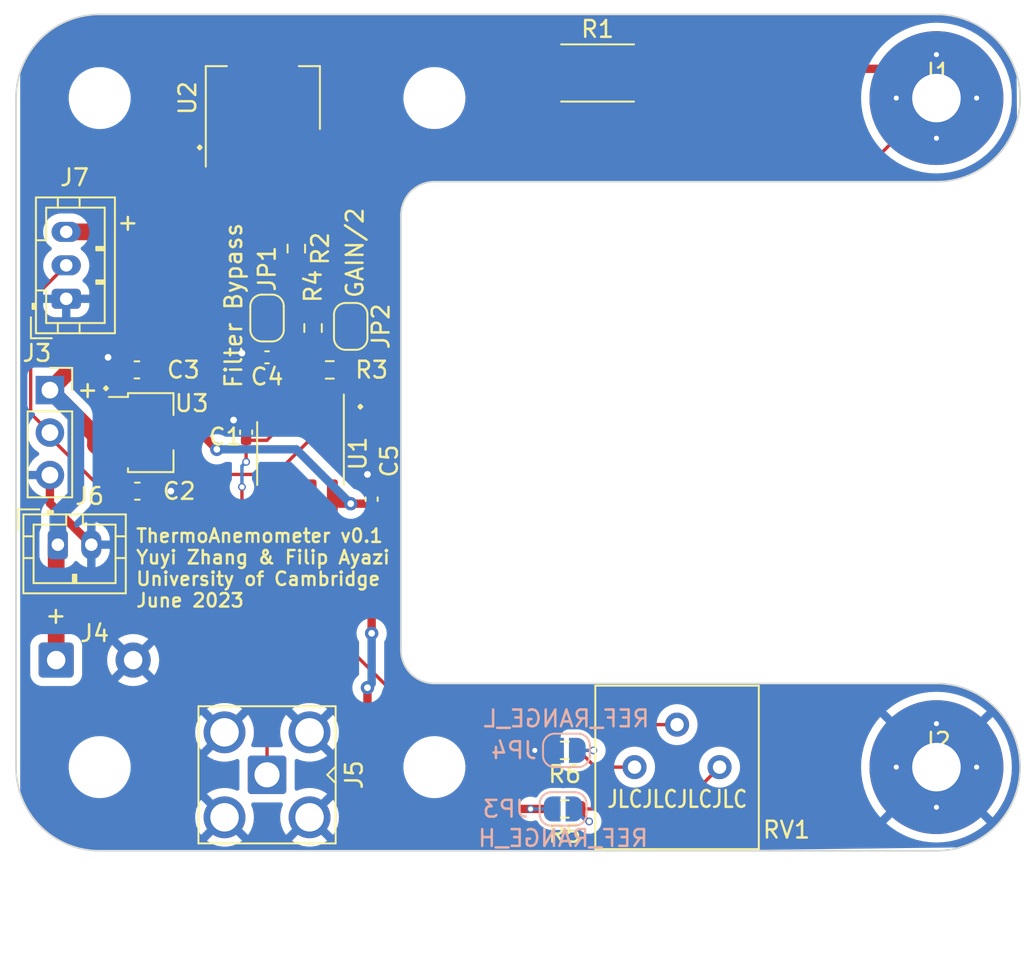
<source format=kicad_pcb>
(kicad_pcb (version 20221018) (generator pcbnew)
  (title_block (title "ThermoAnemometer") (rev "v01") (comment 4 "Author: Filip Ayazi"))
  (layers (0 "F.Cu" signal) (31 "B.Cu" signal) (34 "B.Paste" user) (35 "F.Paste" user) (36 "B.SilkS" user "B.Silkscreen") (37 "F.SilkS" user "F.Silkscreen") (38 "B.Mask" user) (39 "F.Mask" user) (44 "Edge.Cuts" user))
  (net 0 "")
  (net 1 "Net-(U1A-+)")
  (net 2 "GND")
  (net 3 "Net-(J1-Pin_1)")
  (net 4 "+5V")
  (net 5 "SIGNAL")
  (net 6 "Net-(U2-VO)")
  (net 7 "+BATT")
  (net 8 "Net-(JP1-A)")
  (net 9 "Net-(JP1-B)")
  (net 10 "Net-(JP2-A)")
  (net 11 "Net-(JP3-A)")
  (net 12 "Net-(JP4-B)")
  (footprint "Resistor_SMD:R_0603_1608Metric" (layer "F.Cu") (at 87.75 57.75 90)
    (fp_text reference "R4" (at 2.5 0 90) (layer "F.SilkS"))
    (fp_text value "47k")
    (fp_line (start -0.237258 -0.5225) (end 0.237258 -0.5225) (stroke (width 0.12)) (layer "F.SilkS"))
    (fp_line (start -0.237258 0.5225) (end 0.237258 0.5225) (stroke (width 0.12)) (layer "F.SilkS"))
    (pad "1" smd roundrect (at -0.825 0 90) (size 0.8 0.95) (layers "F.Cu" "F.Paste" "F.Mask") (net 9 "Net-(JP1-B)"))
    (pad "2" smd roundrect (at 0.825 0 90) (size 0.8 0.95) (layers "F.Cu" "F.Paste" "F.Mask") (net 10 "Net-(JP2-A)"))
  )
  (footprint "Connector_JST:JST_PH_B2B-PH-K_1x02_P2.00mm_Vertical" (layer "F.Cu") (at 72.5 70.7)
    (fp_text reference "J6" (at 1.9 -2.9 180) (layer "F.SilkS"))
    (fp_text value "PWR")
    (fp_line (start -2.36 -2.11) (end -2.36 -0.86) (stroke (width 0.12)) (layer "F.SilkS"))
    (fp_line (start -2.06 -1.81) (end -2.06 2.91) (stroke (width 0.12)) (layer "F.SilkS"))
    (fp_line (start -2.06 -0.5) (end -1.45 -0.5) (stroke (width 0.12)) (layer "F.SilkS"))
    (fp_line (start -2.06 0.8) (end -1.45 0.8) (stroke (width 0.12)) (layer "F.SilkS"))
    (fp_line (start -2.06 2.91) (end 4.06 2.91) (stroke (width 0.12)) (layer "F.SilkS"))
    (fp_line (start -1.45 -1.2) (end -1.45 2.3) (stroke (width 0.12)) (layer "F.SilkS"))
    (fp_line (start -1.45 2.3) (end 3.45 2.3) (stroke (width 0.12)) (layer "F.SilkS"))
    (fp_line (start -1.11 -2.11) (end -2.36 -2.11) (stroke (width 0.12)) (layer "F.SilkS"))
    (fp_line (start -0.6 -2.01) (end -0.6 -1.81) (stroke (width 0.12)) (layer "F.SilkS"))
    (fp_line (start -0.3 -2.01) (end -0.6 -2.01) (stroke (width 0.12)) (layer "F.SilkS"))
    (fp_line (start -0.3 -1.91) (end -0.6 -1.91) (stroke (width 0.12)) (layer "F.SilkS"))
    (fp_line (start -0.3 -1.81) (end -0.3 -2.01) (stroke (width 0.12)) (layer "F.SilkS"))
    (fp_line (start 0.5 -1.81) (end 0.5 -1.2) (stroke (width 0.12)) (layer "F.SilkS"))
    (fp_line (start 0.5 -1.2) (end -1.45 -1.2) (stroke (width 0.12)) (layer "F.SilkS"))
    (fp_line (start 0.9 1.8) (end 1.1 1.8) (stroke (width 0.12)) (layer "F.SilkS"))
    (fp_line (start 0.9 2.3) (end 0.9 1.8) (stroke (width 0.12)) (layer "F.SilkS"))
    (fp_line (start 1 2.3) (end 1 1.8) (stroke (width 0.12)) (layer "F.SilkS"))
    (fp_line (start 1.1 1.8) (end 1.1 2.3) (stroke (width 0.12)) (layer "F.SilkS"))
    (fp_line (start 1.5 -1.2) (end 1.5 -1.81) (stroke (width 0.12)) (layer "F.SilkS"))
    (fp_line (start 3.45 -1.2) (end 1.5 -1.2) (stroke (width 0.12)) (layer "F.SilkS"))
    (fp_line (start 3.45 2.3) (end 3.45 -1.2) (stroke (width 0.12)) (layer "F.SilkS"))
    (fp_line (start 4.06 -1.81) (end -2.06 -1.81) (stroke (width 0.12)) (layer "F.SilkS"))
    (fp_line (start 4.06 -0.5) (end 3.45 -0.5) (stroke (width 0.12)) (layer "F.SilkS"))
    (fp_line (start 4.06 0.8) (end 3.45 0.8) (stroke (width 0.12)) (layer "F.SilkS"))
    (fp_line (start 4.06 2.91) (end 4.06 -1.81) (stroke (width 0.12)) (layer "F.SilkS"))
    (pad "1" thru_hole roundrect (at 0 0) (size 1.2 1.75) (drill 0.75) (layers "*.Cu" "*.Mask") (roundrect_rratio 0.208333) (net 7 "+BATT"))
    (pad "2" thru_hole oval (at 2 0) (size 1.2 1.75) (drill 0.75) (layers "*.Cu" "*.Mask") (net 2 "GND"))
  )
  (footprint "Resistor_SMD:R_0603_1608Metric" (layer "F.Cu") (at 102.79 83 180)
    (fp_text reference "R6" (at 0 -1.43) (layer "F.SilkS"))
    (fp_text value "12k")
    (fp_line (start -0.237258 -0.5225) (end 0.237258 -0.5225) (stroke (width 0.12)) (layer "F.SilkS"))
    (fp_line (start -0.237258 0.5225) (end 0.237258 0.5225) (stroke (width 0.12)) (layer "F.SilkS"))
    (pad "1" smd roundrect (at -0.825 0 180) (size 0.8 0.95) (layers "F.Cu" "F.Paste" "F.Mask") (net 12 "Net-(JP4-B)"))
    (pad "2" smd roundrect (at 0.825 0 180) (size 0.8 0.95) (layers "F.Cu" "F.Paste" "F.Mask") (net 2 "GND"))
  )
  (footprint "Connector_JST:JST_PH_B3B-PH-K_1x03_P2.00mm_Vertical" (layer "F.Cu") (at 73 56 90)
    (fp_text reference "J7" (at 7.25 0.5 180) (layer "F.SilkS"))
    (fp_text value "JST3")
    (fp_line (start -2.36 -2.11) (end -2.36 -0.86) (stroke (width 0.12)) (layer "F.SilkS"))
    (fp_line (start -2.06 -1.81) (end -2.06 2.91) (stroke (width 0.12)) (layer "F.SilkS"))
    (fp_line (start -2.06 -0.5) (end -1.45 -0.5) (stroke (width 0.12)) (layer "F.SilkS"))
    (fp_line (start -2.06 0.8) (end -1.45 0.8) (stroke (width 0.12)) (layer "F.SilkS"))
    (fp_line (start -2.06 2.91) (end 6.06 2.91) (stroke (width 0.12)) (layer "F.SilkS"))
    (fp_line (start -1.45 -1.2) (end -1.45 2.3) (stroke (width 0.12)) (layer "F.SilkS"))
    (fp_line (start -1.45 2.3) (end 5.45 2.3) (stroke (width 0.12)) (layer "F.SilkS"))
    (fp_line (start -1.11 -2.11) (end -2.36 -2.11) (stroke (width 0.12)) (layer "F.SilkS"))
    (fp_line (start -0.6 -2.01) (end -0.6 -1.81) (stroke (width 0.12)) (layer "F.SilkS"))
    (fp_line (start -0.3 -2.01) (end -0.6 -2.01) (stroke (width 0.12)) (layer "F.SilkS"))
    (fp_line (start -0.3 -1.91) (end -0.6 -1.91) (stroke (width 0.12)) (layer "F.SilkS"))
    (fp_line (start -0.3 -1.81) (end -0.3 -2.01) (stroke (width 0.12)) (layer "F.SilkS"))
    (fp_line (start 0.5 -1.81) (end 0.5 -1.2) (stroke (width 0.12)) (layer "F.SilkS"))
    (fp_line (start 0.5 -1.2) (end -1.45 -1.2) (stroke (width 0.12)) (layer "F.SilkS"))
    (fp_line (start 0.9 1.8) (end 1.1 1.8) (stroke (width 0.12)) (layer "F.SilkS"))
    (fp_line (start 0.9 2.3) (end 0.9 1.8) (stroke (width 0.12)) (layer "F.SilkS"))
    (fp_line (start 1 2.3) (end 1 1.8) (stroke (width 0.12)) (layer "F.SilkS"))
    (fp_line (start 1.1 1.8) (end 1.1 2.3) (stroke (width 0.12)) (layer "F.SilkS"))
    (fp_line (start 2.9 1.8) (end 3.1 1.8) (stroke (width 0.12)) (layer "F.SilkS"))
    (fp_line (start 2.9 2.3) (end 2.9 1.8) (stroke (width 0.12)) (layer "F.SilkS"))
    (fp_line (start 3 2.3) (end 3 1.8) (stroke (width 0.12)) (layer "F.SilkS"))
    (fp_line (start 3.1 1.8) (end 3.1 2.3) (stroke (width 0.12)) (layer "F.SilkS"))
    (fp_line (start 3.5 -1.2) (end 3.5 -1.81) (stroke (width 0.12)) (layer "F.SilkS"))
    (fp_line (start 5.45 -1.2) (end 3.5 -1.2) (stroke (width 0.12)) (layer "F.SilkS"))
    (fp_line (start 5.45 2.3) (end 5.45 -1.2) (stroke (width 0.12)) (layer "F.SilkS"))
    (fp_line (start 6.06 -1.81) (end -2.06 -1.81) (stroke (width 0.12)) (layer "F.SilkS"))
    (fp_line (start 6.06 -0.5) (end 5.45 -0.5) (stroke (width 0.12)) (layer "F.SilkS"))
    (fp_line (start 6.06 0.8) (end 5.45 0.8) (stroke (width 0.12)) (layer "F.SilkS"))
    (fp_line (start 6.06 2.91) (end 6.06 -1.81) (stroke (width 0.12)) (layer "F.SilkS"))
    (pad "1" thru_hole roundrect (at 0 0 90) (size 1.2 1.75) (drill 0.75) (layers "*.Cu" "*.Mask") (roundrect_rratio 0.208333) (net 2 "GND"))
    (pad "2" thru_hole oval (at 2 0 90) (size 1.2 1.75) (drill 0.75) (layers "*.Cu" "*.Mask") (net 5 "SIGNAL"))
    (pad "3" thru_hole oval (at 4 0 90) (size 1.2 1.75) (drill 0.75) (layers "*.Cu" "*.Mask") (net 7 "+BATT"))
  )
  (footprint "Resistor_SMD:R_0603_1608Metric" (layer "F.Cu") (at 86.75 53 -90)
    (fp_text reference "R2" (at 0 -1.43 90) (layer "F.SilkS"))
    (fp_text value "1K")
    (fp_line (start -0.237258 -0.5225) (end 0.237258 -0.5225) (stroke (width 0.12)) (layer "F.SilkS"))
    (fp_line (start -0.237258 0.5225) (end 0.237258 0.5225) (stroke (width 0.12)) (layer "F.SilkS"))
    (pad "1" smd roundrect (at -0.825 0 270) (size 0.8 0.95) (layers "F.Cu" "F.Paste" "F.Mask") (net 3 "Net-(J1-Pin_1)"))
    (pad "2" smd roundrect (at 0.825 0 270) (size 0.8 0.95) (layers "F.Cu" "F.Paste" "F.Mask") (net 9 "Net-(JP1-B)"))
  )
  (footprint "Capacitor_SMD:C_0402_1005Metric" (layer "F.Cu") (at 83.75 63.98 90)
    (fp_text reference "C1" (at -0.27 -1.25) (layer "F.SilkS"))
    (fp_text value "470nF" hide)
    (fp_line (start -0.107836 -0.36) (end 0.107836 -0.36) (stroke (width 0.12)) (layer "F.SilkS"))
    (fp_line (start -0.107836 0.36) (end 0.107836 0.36) (stroke (width 0.12)) (layer "F.SilkS"))
    (pad "1" smd roundrect (at -0.48 0 90) (size 0.56 0.62) (layers "F.Cu" "F.Paste" "F.Mask") (net 1 "Net-(U1A-+)"))
    (pad "2" smd roundrect (at 0.48 0 90) (size 0.56 0.62) (layers "F.Cu" "F.Paste" "F.Mask") (net 2 "GND"))
  )
  (footprint "Resistor_SMD:R_2512_6332Metric" (layer "F.Cu") (at 104.75 42.5)
    (fp_text reference "R1" (at 0 -2.62) (layer "F.SilkS"))
    (fp_text value "5.1")
    (fp_line (start -2.177064 -1.71) (end 2.177064 -1.71) (stroke (width 0.12)) (layer "F.SilkS"))
    (fp_line (start -2.177064 1.71) (end 2.177064 1.71) (stroke (width 0.12)) (layer "F.SilkS"))
    (pad "1" smd roundrect (at -2.9625 0) (size 1.225 3.35) (layers "F.Cu" "F.Paste" "F.Mask") (roundrect_rratio 0.204082) (net 6 "Net-(U2-VO)"))
    (pad "2" smd roundrect (at 2.9625 0) (size 1.225 3.35) (layers "F.Cu" "F.Paste" "F.Mask") (roundrect_rratio 0.204082) (net 3 "Net-(J1-Pin_1)"))
  )
  (footprint "Library:m2.5_pad" (layer "F.Cu") (at 125 84)
    (fp_text reference "J2" (at 0 -1.56) (layer "F.SilkS"))
    (fp_text value "wire-")
    (fp_line (start -0.695 -0.685) (end 0 -0.685) (stroke (width 0.12)) (layer "F.SilkS"))
    (fp_line (start -0.695 0) (end -0.695 -0.685) (stroke (width 0.12)) (layer "F.SilkS"))
    (fp_line (start -0.695 0.685) (end -0.695 0.56) (stroke (width 0.12)) (layer "F.SilkS"))
    (fp_line (start -0.695 0.685) (end -0.608276 0.685) (stroke (width 0.12)) (layer "F.SilkS"))
    (fp_line (start -0.695 0.685) (end 0.695 0.685) (stroke (width 0.12)) (layer "F.SilkS"))
    (fp_line (start 0.608276 0.685) (end 0.695 0.685) (stroke (width 0.12)) (layer "F.SilkS"))
    (fp_line (start 0.695 0.685) (end 0.695 0.56) (stroke (width 0.12)) (layer "F.SilkS"))
    (pad "1" thru_hole circle (at -2.4 0) (size 0.5 0.5) (drill 0.3) (layers "*.Cu" "*.Mask") (net 2 "GND"))
    (pad "1" thru_hole circle (at 0 -2.6) (size 0.5 0.5) (drill 0.3) (layers "*.Cu" "*.Mask") (net 2 "GND"))
    (pad "1" thru_hole circle (at 0 0) (size 8 8) (drill 2.9) (layers "*.Cu" "*.Mask") (net 2 "GND"))
    (pad "1" thru_hole circle (at 0 2.4) (size 0.5 0.5) (drill 0.3) (layers "*.Cu" "*.Mask") (net 2 "GND"))
    (pad "1" thru_hole circle (at 2.4 0) (size 0.5 0.5) (drill 0.3) (layers "*.Cu" "*.Mask") (net 2 "GND"))
  )
  (footprint "Connector_PinSocket_2.54mm:PinSocket_1x03_P2.54mm_Vertical" (layer "F.Cu") (at 72.025 61.46)
    (fp_text reference "J3" (at -0.775 -2.21) (layer "F.SilkS"))
    (fp_text value "HEADER")
    (fp_line (start -1.33 1.27) (end -1.33 6.41) (stroke (width 0.12)) (layer "F.SilkS"))
    (fp_line (start -1.33 1.27) (end 1.33 1.27) (stroke (width 0.12)) (layer "F.SilkS"))
    (fp_line (start -1.33 6.41) (end 1.33 6.41) (stroke (width 0.12)) (layer "F.SilkS"))
    (fp_line (start 0 -1.33) (end 1.33 -1.33) (stroke (width 0.12)) (layer "F.SilkS"))
    (fp_line (start 1.33 -1.33) (end 1.33 0) (stroke (width 0.12)) (layer "F.SilkS"))
    (fp_line (start 1.33 1.27) (end 1.33 6.41) (stroke (width 0.12)) (layer "F.SilkS"))
    (pad "1" thru_hole rect (at 0 0) (size 1.7 1.7) (drill 1) (layers "*.Cu" "*.Mask") (net 7 "+BATT"))
    (pad "2" thru_hole oval (at 0 2.54) (size 1.7 1.7) (drill 1) (layers "*.Cu" "*.Mask") (net 5 "SIGNAL"))
    (pad "3" thru_hole oval (at 0 5.08) (size 1.7 1.7) (drill 1) (layers "*.Cu" "*.Mask") (net 2 "GND"))
  )
  (footprint "Connector_Coaxial:SMA_Amphenol_901-143_Horizontal" (layer "F.Cu") (at 85 84.46 180)
    (fp_text reference "J5" (at -5.2 0 90) (layer "F.SilkS"))
    (fp_text value "SMA")
    (fp_line (start -4.1 -4.1) (end -4.1 4.1) (stroke (width 0.12)) (layer "F.SilkS"))
    (fp_line (start -4.1 -4.1) (end 4.1 -4.1) (stroke (width 0.12)) (layer "F.SilkS"))
    (fp_line (start -4.1 0.5) (end -3.6 0) (stroke (width 0.12)) (layer "F.SilkS"))
    (fp_line (start -4.1 4.1) (end 4.1 4.1) (stroke (width 0.12)) (layer "F.SilkS"))
    (fp_line (start -3.6 0) (end -4.1 -0.5) (stroke (width 0.12)) (layer "F.SilkS"))
    (fp_line (start 4.1 -4.1) (end 4.1 4.1) (stroke (width 0.12)) (layer "F.SilkS"))
    (pad "1" thru_hole roundrect (at 0 0 180) (size 2.3 2.3) (drill 1.5) (layers "*.Cu" "*.Mask") (roundrect_rratio 0.087) (net 5 "SIGNAL"))
    (pad "2" thru_hole circle (at -2.54 -2.54 180) (size 2.5 2.5) (drill 1.7) (layers "*.Cu" "*.Mask") (net 2 "GND"))
    (pad "2" thru_hole circle (at -2.54 2.54 180) (size 2.5 2.5) (drill 1.7) (layers "*.Cu" "*.Mask") (net 2 "GND"))
    (pad "2" thru_hole circle (at 2.54 -2.54 180) (size 2.5 2.5) (drill 1.7) (layers "*.Cu" "*.Mask") (net 2 "GND"))
    (pad "2" thru_hole circle (at 2.54 2.54 180) (size 2.5 2.5) (drill 1.7) (layers "*.Cu" "*.Mask") (net 2 "GND"))
  )
  (footprint "Library:m2.5_pad" (layer "F.Cu") (at 125 44)
    (fp_text reference "J1" (at 0 -1.56) (layer "F.SilkS"))
    (fp_text value "wire+")
    (fp_line (start -0.695 -0.685) (end 0 -0.685) (stroke (width 0.12)) (layer "F.SilkS"))
    (fp_line (start -0.695 0) (end -0.695 -0.685) (stroke (width 0.12)) (layer "F.SilkS"))
    (fp_line (start -0.695 0.685) (end -0.695 0.56) (stroke (width 0.12)) (layer "F.SilkS"))
    (fp_line (start -0.695 0.685) (end -0.608276 0.685) (stroke (width 0.12)) (layer "F.SilkS"))
    (fp_line (start -0.695 0.685) (end 0.695 0.685) (stroke (width 0.12)) (layer "F.SilkS"))
    (fp_line (start 0.608276 0.685) (end 0.695 0.685) (stroke (width 0.12)) (layer "F.SilkS"))
    (fp_line (start 0.695 0.685) (end 0.695 0.56) (stroke (width 0.12)) (layer "F.SilkS"))
    (pad "1" thru_hole circle (at -2.4 0) (size 0.5 0.5) (drill 0.3) (layers "*.Cu" "*.Mask") (net 3 "Net-(J1-Pin_1)"))
    (pad "1" thru_hole circle (at 0 -2.6) (size 0.5 0.5) (drill 0.3) (layers "*.Cu" "*.Mask") (net 3 "Net-(J1-Pin_1)"))
    (pad "1" thru_hole circle (at 0 0) (size 8 8) (drill 2.9) (layers "*.Cu" "*.Mask") (net 3 "Net-(J1-Pin_1)"))
    (pad "1" thru_hole circle (at 0 2.4) (size 0.5 0.5) (drill 0.3) (layers "*.Cu" "*.Mask") (net 3 "Net-(J1-Pin_1)"))
    (pad "1" thru_hole circle (at 2.4 0) (size 0.5 0.5) (drill 0.3) (layers "*.Cu" "*.Mask") (net 3 "Net-(J1-Pin_1)"))
  )
  (footprint "Capacitor_SMD:C_0603_1608Metric" (layer "F.Cu") (at 77.25 67.5)
    (fp_text reference "C2" (at 2.5 0) (layer "F.SilkS"))
    (fp_text value "1uF")
    (fp_line (start -0.14058 -0.51) (end 0.14058 -0.51) (stroke (width 0.12)) (layer "F.SilkS"))
    (fp_line (start -0.14058 0.51) (end 0.14058 0.51) (stroke (width 0.12)) (layer "F.SilkS"))
    (pad "1" smd roundrect (at -0.775 0) (size 0.9 0.95) (layers "F.Cu" "F.Paste" "F.Mask") (net 7 "+BATT"))
    (pad "2" smd roundrect (at 0.775 0) (size 0.9 0.95) (layers "F.Cu" "F.Paste" "F.Mask") (net 2 "GND"))
  )
  (footprint "Package_TO_SOT_SMD:SOT-89-3" (layer "F.Cu") (at 77.75 64)
    (fp_text reference "U3" (at 2.75 -1.75) (layer "F.SilkS"))
    (fp_text value "AZ1117-5.0")
    (fp_line (start -2.2 -2.13) (end -1.06 -2.13) (stroke (width 0.12)) (layer "F.SilkS"))
    (fp_line (start -1.06 -2.36) (end -1.06 -2.13) (stroke (width 0.12)) (layer "F.SilkS"))
    (fp_line (start -1.06 -2.36) (end 1.66 -2.36) (stroke (width 0.12)) (layer "F.SilkS"))
    (fp_line (start -1.06 2.36) (end -1.06 2.13) (stroke (width 0.12)) (layer "F.SilkS"))
    (fp_line (start 1.66 -2.36) (end 1.66 -1.05) (stroke (width 0.12)) (layer "F.SilkS"))
    (fp_line (start 1.66 1.05) (end 1.66 2.36) (stroke (width 0.12)) (layer "F.SilkS"))
    (fp_line (start 1.66 2.36) (end -1.06 2.36) (stroke (width 0.12)) (layer "F.SilkS"))
    (pad "1" smd rect (at -1.65 -1.5) (size 1.3 0.9) (layers "F.Cu" "F.Paste" "F.Mask") (net 2 "GND"))
    (pad "2" smd custom (at -1.5625 0) (size 1.475 0.9) (layers "F.Cu" "F.Paste" "F.Mask") (net 4 "+5V") (options (clearance outline) (anchor rect)) (primitives (gr_poly (pts (xy 3.8625 0.8665) (xy 0.7375 0.8665) (xy 0.7375 -0.8665) (xy 3.8625 -0.8665)) (width 0) (fill yes))))
    (pad "3" smd rect (at -1.65 1.5) (size 1.3 0.9) (layers "F.Cu" "F.Paste" "F.Mask") (net 7 "+BATT"))
  )
  (footprint "Potentiometer_THT:Potentiometer_Bourns_3386P_Vertical" (layer "F.Cu") (at 112.04 84 90)
    (fp_text reference "RV1" (at -3.75 4 180) (layer "F.SilkS"))
    (fp_text value "10k")
    (fp_line (start -4.9 -7.425) (end -4.9 2.345) (stroke (width 0.12)) (layer "F.SilkS"))
    (fp_line (start -4.9 -7.425) (end 4.87 -7.425) (stroke (width 0.12)) (layer "F.SilkS"))
    (fp_line (start -4.9 2.345) (end 4.87 2.345) (stroke (width 0.12)) (layer "F.SilkS"))
    (fp_line (start 4.87 -7.425) (end 4.87 2.345) (stroke (width 0.12)) (layer "F.SilkS"))
    (pad "1" thru_hole circle (at 0 0 90) (size 1.44 1.44) (drill 0.8) (layers "*.Cu" "*.Mask") (net 11 "Net-(JP3-A)"))
    (pad "2" thru_hole circle (at 2.54 -2.54 90) (size 1.44 1.44) (drill 0.8) (layers "*.Cu" "*.Mask") (net 1 "Net-(U1A-+)"))
    (pad "3" thru_hole circle (at 0 -5.08 90) (size 1.44 1.44) (drill 0.8) (layers "*.Cu" "*.Mask") (net 12 "Net-(JP4-B)"))
  )
  (footprint "MountingHole:MountingHole_3.2mm_M3" (layer "F.Cu") (at 75 84)
    (fp_text reference "H1" hide)
    (fp_text value "MountingHole")
    (pad "" np_thru_hole circle (at 0 0) (size 3.2 3.2) (drill 3.2) (layers "*.Cu" "*.Mask"))
  )
  (footprint "MountingHole:MountingHole_3.2mm_M3" (layer "F.Cu") (at 95 84)
    (fp_text reference "H4" hide)
    (fp_text value "MountingHole")
    (pad "" np_thru_hole circle (at 0 0) (size 3.2 3.2) (drill 3.2) (layers "*.Cu" "*.Mask"))
  )
  (footprint "Capacitor_SMD:C_0603_1608Metric" (layer "F.Cu") (at 77.225 60.25 180)
    (fp_text reference "C3" (at -2.775 0) (layer "F.SilkS"))
    (fp_text value "1uF")
    (fp_line (start -0.14058 -0.51) (end 0.14058 -0.51) (stroke (width 0.12)) (layer "F.SilkS"))
    (fp_line (start -0.14058 0.51) (end 0.14058 0.51) (stroke (width 0.12)) (layer "F.SilkS"))
    (pad "1" smd roundrect (at -0.775 0 180) (size 0.9 0.95) (layers "F.Cu" "F.Paste" "F.Mask") (net 4 "+5V"))
    (pad "2" smd roundrect (at 0.775 0 180) (size 0.9 0.95) (layers "F.Cu" "F.Paste" "F.Mask") (net 2 "GND"))
  )
  (footprint "Capacitor_SMD:C_0402_1005Metric" (layer "F.Cu") (at 91.25 67.98 90)
    (fp_text reference "C5" (at 2.28 1.05 90) (layer "F.SilkS"))
    (fp_text value "1nF")
    (fp_line (start -0.107836 -0.36) (end 0.107836 -0.36) (stroke (width 0.12)) (layer "F.SilkS"))
    (fp_line (start -0.107836 0.36) (end 0.107836 0.36) (stroke (width 0.12)) (layer "F.SilkS"))
    (pad "1" smd roundrect (at -0.48 0 90) (size 0.56 0.62) (layers "F.Cu" "F.Paste" "F.Mask") (net 4 "+5V"))
    (pad "2" smd roundrect (at 0.48 0 90) (size 0.56 0.62) (layers "F.Cu" "F.Paste" "F.Mask") (net 2 "GND"))
  )
  (footprint "MountingHole:MountingHole_3.2mm_M3" (layer "F.Cu") (at 95 44)
    (fp_text reference "H3" hide)
    (fp_text value "MountingHole")
    (pad "" np_thru_hole circle (at 0 0) (size 3.2 3.2) (drill 3.2) (layers "*.Cu" "*.Mask"))
  )
  (footprint "Jumper:SolderJumper-2_P1.3mm_Bridged_RoundedPad1.0x1.5mm" (layer "F.Cu") (at 85 57.15 90)
    (fp_text reference "JP1" (at 2.95 0 90) (layer "F.SilkS"))
    (fp_text value "Filter Bypass" (at 0.75 -2 90) (layer "F.SilkS"))
    (fp_poly (pts (xy 0.25 -0.3) (xy -0.25 -0.3) (xy -0.25 0.3) (xy 0.25 0.3)) (fill solid) (layer "F.Cu"))
    (fp_line (start -1.4 0.3) (end -1.4 -0.3) (stroke (width 0.12)) (layer "F.SilkS"))
    (fp_line (start -0.7 -1) (end 0.7 -1) (stroke (width 0.12)) (layer "F.SilkS"))
    (fp_line (start 0.7 1) (end -0.7 1) (stroke (width 0.12)) (layer "F.SilkS"))
    (fp_line (start 1.4 -0.3) (end 1.4 0.3) (stroke (width 0.12)) (layer "F.SilkS"))
    (fp_arc (start -1.4 -0.3) (mid -1.194975 -0.794975) (end -0.7 -1) (stroke (width 0.12)) (layer "F.SilkS"))
    (fp_arc (start -0.7 1) (mid -1.194975 0.794975) (end -1.4 0.3) (stroke (width 0.12)) (layer "F.SilkS"))
    (fp_arc (start 0.7 -1) (mid 1.194975 -0.794975) (end 1.4 -0.3) (stroke (width 0.12)) (layer "F.SilkS"))
    (fp_arc (start 1.4 0.3) (mid 1.194975 0.794975) (end 0.7 1) (stroke (width 0.12)) (layer "F.SilkS"))
    (pad "1" smd custom (at -0.65 0 90) (size 1 0.5) (layers "F.Cu" "F.Mask") (net 8 "Net-(JP1-A)") (options (clearance outline) (anchor rect)) (primitives (gr_circle (center 0 0.25) (end 0.5 0.25) (width 0) (fill yes)) (gr_circle (center 0 -0.25) (end 0.5 -0.25) (width 0) (fill yes)) (gr_poly (pts (xy 0.5 0.75) (xy 0 0.75) (xy 0 -0.75) (xy 0.5 -0.75)) (width 0) (fill yes))))
    (pad "2" smd custom (at 0.65 0 90) (size 1 0.5) (layers "F.Cu" "F.Mask") (net 9 "Net-(JP1-B)") (options (clearance outline) (anchor rect)) (primitives (gr_circle (center 0 0.25) (end 0.5 0.25) (width 0) (fill yes)) (gr_circle (center 0 -0.25) (end 0.5 -0.25) (width 0) (fill yes)) (gr_poly (pts (xy 0 0.75) (xy -0.5 0.75) (xy -0.5 -0.75) (xy 0 -0.75)) (width 0) (fill yes))))
  )
  (footprint "MountingHole:MountingHole_3.2mm_M3" (layer "F.Cu") (at 75 44)
    (fp_text reference "H2" hide)
    (fp_text value "MountingHole")
    (pad "" np_thru_hole circle (at 0 0) (size 3.2 3.2) (drill 3.2) (layers "*.Cu" "*.Mask"))
  )
  (footprint "Connector_Wire:SolderWire-0.5sqmm_1x02_P4.6mm_D0.9mm_OD2.1mm" (layer "F.Cu") (at 72.399999 77.6)
    (fp_text reference "J4" (at 2.300001 -1.6) (layer "F.SilkS"))
    (fp_text value "PWR")
    (pad "1" thru_hole roundrect (at 0 0) (size 2.1 2.1) (drill 1.1) (layers "*.Cu" "*.Mask") (roundrect_rratio 0.119048) (net 7 "+BATT"))
    (pad "2" thru_hole circle (at 4.6 0) (size 2.1 2.1) (drill 1.1) (layers "*.Cu" "*.Mask") (net 2 "GND"))
  )
  (footprint "Jumper:SolderJumper-2_P1.3mm_Open_RoundedPad1.0x1.5mm" (layer "F.Cu") (at 90 57.65 -90)
    (fp_text reference "JP2" (at 0 -1.8 90) (layer "F.SilkS"))
    (fp_text value "GAIN/2" (at -4.4 -0.25 90) (layer "F.SilkS"))
    (fp_line (start -1.4 0.3) (end -1.4 -0.3) (stroke (width 0.12)) (layer "F.SilkS"))
    (fp_line (start -0.7 -1) (end 0.7 -1) (stroke (width 0.12)) (layer "F.SilkS"))
    (fp_line (start 0.7 1) (end -0.7 1) (stroke (width 0.12)) (layer "F.SilkS"))
    (fp_line (start 1.4 -0.3) (end 1.4 0.3) (stroke (width 0.12)) (layer "F.SilkS"))
    (fp_arc (start -1.4 -0.3) (mid -1.194975 -0.794975) (end -0.7 -1) (stroke (width 0.12)) (layer "F.SilkS"))
    (fp_arc (start -0.7 1) (mid -1.194975 0.794975) (end -1.4 0.3) (stroke (width 0.12)) (layer "F.SilkS"))
    (fp_arc (start 0.7 -1) (mid 1.194975 -0.794975) (end 1.4 -0.3) (stroke (width 0.12)) (layer "F.SilkS"))
    (fp_arc (start 1.4 0.3) (mid 1.194975 0.794975) (end 0.7 1) (stroke (width 0.12)) (layer "F.SilkS"))
    (pad "1" smd custom (at -0.65 0 270) (size 1 0.5) (layers "F.Cu" "F.Mask") (net 10 "Net-(JP2-A)") (options (clearance outline) (anchor rect)) (primitives (gr_circle (center 0 0.25) (end 0.5 0.25) (width 0) (fill yes)) (gr_circle (center 0 -0.25) (end 0.5 -0.25) (width 0) (fill yes)) (gr_poly (pts (xy 0.5 0.75) (xy 0 0.75) (xy 0 -0.75) (xy 0.5 -0.75)) (width 0) (fill yes))))
    (pad "2" smd custom (at 0.65 0 270) (size 1 0.5) (layers "F.Cu" "F.Mask") (net 5 "SIGNAL") (options (clearance outline) (anchor rect)) (primitives (gr_circle (center 0 0.25) (end 0.5 0.25) (width 0) (fill yes)) (gr_circle (center 0 -0.25) (end 0.5 -0.25) (width 0) (fill yes)) (gr_poly (pts (xy 0 0.75) (xy -0.5 0.75) (xy -0.5 -0.75) (xy 0 -0.75)) (width 0) (fill yes))))
  )
  (footprint "Capacitor_SMD:C_0402_1005Metric" (layer "F.Cu") (at 85 59.5 180)
    (fp_text reference "C4" (at 0 -1.16) (layer "F.SilkS"))
    (fp_text value "470nF")
    (fp_line (start -0.107836 -0.36) (end 0.107836 -0.36) (stroke (width 0.12)) (layer "F.SilkS"))
    (fp_line (start -0.107836 0.36) (end 0.107836 0.36) (stroke (width 0.12)) (layer "F.SilkS"))
    (pad "1" smd roundrect (at -0.48 0 180) (size 0.56 0.62) (layers "F.Cu" "F.Paste" "F.Mask") (net 8 "Net-(JP1-A)"))
    (pad "2" smd roundrect (at 0.48 0 180) (size 0.56 0.62) (layers "F.Cu" "F.Paste" "F.Mask") (net 2 "GND"))
  )
  (footprint "Package_SO:SOP-8_3.76x4.96mm_P1.27mm" (layer "F.Cu") (at 87 65.25 -90)
    (fp_text reference "U1" (at 0 -3.43 -270) (layer "F.SilkS"))
    (fp_text value "LM358")
    (fp_line (start 0 -2.59) (end -3.525 -2.59) (stroke (width 0.12)) (layer "F.SilkS"))
    (fp_line (start 0 -2.59) (end 1.88 -2.59) (stroke (width 0.12)) (layer "F.SilkS"))
    (fp_line (start 0 2.59) (end -1.88 2.59) (stroke (width 0.12)) (layer "F.SilkS"))
    (fp_line (start 0 2.59) (end 1.88 2.59) (stroke (width 0.12)) (layer "F.SilkS"))
    (pad "1" smd roundrect (at -2.5375 -1.905 270) (size 1.975 0.65) (layers "F.Cu" "F.Paste" "F.Mask") (net 5 "SIGNAL"))
    (pad "2" smd roundrect (at -2.5375 -0.635 270) (size 1.975 0.65) (layers "F.Cu" "F.Paste" "F.Mask") (net 9 "Net-(JP1-B)"))
    (pad "3" smd roundrect (at -2.5375 0.635 270) (size 1.975 0.65) (layers "F.Cu" "F.Paste" "F.Mask") (net 1 "Net-(U1A-+)"))
    (pad "4" smd roundrect (at -2.5375 1.905 270) (size 1.975 0.65) (layers "F.Cu" "F.Paste" "F.Mask") (net 2 "GND"))
    (pad "5" smd roundrect (at 2.5375 1.905 270) (size 1.975 0.65) (layers "F.Cu" "F.Paste" "F.Mask"))
    (pad "6" smd roundrect (at 2.5375 0.635 270) (size 1.975 0.65) (layers "F.Cu" "F.Paste" "F.Mask"))
    (pad "7" smd roundrect (at 2.5375 -0.635 270) (size 1.975 0.65) (layers "F.Cu" "F.Paste" "F.Mask"))
    (pad "8" smd roundrect (at 2.5375 -1.905 270) (size 1.975 0.65) (layers "F.Cu" "F.Paste" "F.Mask") (net 4 "+5V"))
  )
  (footprint "Resistor_SMD:R_0603_1608Metric" (layer "F.Cu") (at 102.79 86.5)
    (fp_text reference "R5" (at 0 1.5) (layer "F.SilkS"))
    (fp_text value "10k")
    (fp_line (start -0.237258 -0.5225) (end 0.237258 -0.5225) (stroke (width 0.12)) (layer "F.SilkS"))
    (fp_line (start -0.237258 0.5225) (end 0.237258 0.5225) (stroke (width 0.12)) (layer "F.SilkS"))
    (pad "1" smd roundrect (at -0.825 0) (size 0.8 0.95) (layers "F.Cu" "F.Paste" "F.Mask") (net 4 "+5V"))
    (pad "2" smd roundrect (at 0.825 0) (size 0.8 0.95) (layers "F.Cu" "F.Paste" "F.Mask") (net 11 "Net-(JP3-A)"))
  )
  (footprint "Package_TO_SOT_SMD:SOT-223" (layer "F.Cu") (at 84.75 44 90)
    (fp_text reference "U2" (at 0 -4.5 90) (layer "F.SilkS"))
    (fp_text value "LM317_TO-220")
    (fp_line (start -4.1 -3.41) (end 1.91 -3.41) (stroke (width 0.12)) (layer "F.SilkS"))
    (fp_line (start -1.85 3.41) (end 1.91 3.41) (stroke (width 0.12)) (layer "F.SilkS"))
    (fp_line (start 1.91 -3.41) (end 1.91 -2.15) (stroke (width 0.12)) (layer "F.SilkS"))
    (fp_line (start 1.91 3.41) (end 1.91 2.15) (stroke (width 0.12)) (layer "F.SilkS"))
    (pad "1" smd rect (at -3.15 -2.3 90) (size 2 1.5) (layers "F.Cu" "F.Paste" "F.Mask") (net 3 "Net-(J1-Pin_1)"))
    (pad "2" smd rect (at -3.15 0 90) (size 2 1.5) (layers "F.Cu" "F.Paste" "F.Mask") (net 6 "Net-(U2-VO)"))
    (pad "3" smd rect (at -3.15 2.3 90) (size 2 1.5) (layers "F.Cu" "F.Paste" "F.Mask") (net 7 "+BATT"))
    (pad "4" smd rect (at 3.15 0 90) (size 2 3.8) (layers "F.Cu" "F.Paste" "F.Mask"))
  )
  (footprint "Resistor_SMD:R_0603_1608Metric" (layer "F.Cu") (at 88.75 60.25)
    (fp_text reference "R3" (at 2.5 0) (layer "F.SilkS"))
    (fp_text value "47k")
    (fp_line (start -0.237258 -0.5225) (end 0.237258 -0.5225) (stroke (width 0.12)) (layer "F.SilkS"))
    (fp_line (start -0.237258 0.5225) (end 0.237258 0.5225) (stroke (width 0.12)) (layer "F.SilkS"))
    (pad "1" smd roundrect (at -0.825 0) (size 0.8 0.95) (layers "F.Cu" "F.Paste" "F.Mask") (net 9 "Net-(JP1-B)"))
    (pad "2" smd roundrect (at 0.825 0) (size 0.8 0.95) (layers "F.Cu" "F.Paste" "F.Mask") (net 5 "SIGNAL"))
  )
  (footprint "Jumper:SolderJumper-2_P1.3mm_Open_RoundedPad1.0x1.5mm" (layer "B.Cu") (at 102.69 86.5 180)
    (fp_text reference "JP3" (at 3.44 0) (layer "B.SilkS") (effects (justify mirror)))
    (fp_text value "REF_RANGE_H" (at 0 -1.75) (layer "B.SilkS") (effects (justify mirror)))
    (fp_line (start -1.4 -0.3) (end -1.4 0.3) (stroke (width 0.12)) (layer "B.SilkS"))
    (fp_line (start -0.7 1) (end 0.7 1) (stroke (width 0.12)) (layer "B.SilkS"))
    (fp_line (start 0.7 -1) (end -0.7 -1) (stroke (width 0.12)) (layer "B.SilkS"))
    (fp_line (start 1.4 0.3) (end 1.4 -0.3) (stroke (width 0.12)) (layer "B.SilkS"))
    (fp_arc (start -1.4 -0.3) (mid -1.194975 -0.794975) (end -0.7 -1) (stroke (width 0.12)) (layer "B.SilkS"))
    (fp_arc (start -0.7 1) (mid -1.194975 0.794975) (end -1.4 0.3) (stroke (width 0.12)) (layer "B.SilkS"))
    (fp_arc (start 0.7 -1) (mid 1.194975 -0.794975) (end 1.4 -0.3) (stroke (width 0.12)) (layer "B.SilkS"))
    (fp_arc (start 1.4 0.3) (mid 1.194975 0.794975) (end 0.7 1) (stroke (width 0.12)) (layer "B.SilkS"))
    (pad "1" smd custom (at -0.65 0 180) (size 1 0.5) (layers "B.Cu" "B.Mask") (net 11 "Net-(JP3-A)") (options (clearance outline) (anchor rect)) (primitives (gr_circle (center 0 -0.25) (end 0.5 -0.25) (width 0) (fill yes)) (gr_circle (center 0 0.25) (end 0.5 0.25) (width 0) (fill yes)) (gr_poly (pts (xy 0.5 -0.75) (xy 0 -0.75) (xy 0 0.75) (xy 0.5 0.75)) (width 0) (fill yes))))
    (pad "2" smd custom (at 0.65 0 180) (size 1 0.5) (layers "B.Cu" "B.Mask") (net 4 "+5V") (options (clearance outline) (anchor rect)) (primitives (gr_circle (center 0 -0.25) (end 0.5 -0.25) (width 0) (fill yes)) (gr_circle (center 0 0.25) (end 0.5 0.25) (width 0) (fill yes)) (gr_poly (pts (xy 0 -0.75) (xy -0.5 -0.75) (xy -0.5 0.75) (xy 0 0.75)) (width 0) (fill yes))))
  )
  (footprint "Jumper:SolderJumper-2_P1.3mm_Open_RoundedPad1.0x1.5mm" (layer "B.Cu") (at 102.89 83)
    (fp_text reference "JP4" (at -3.14 0) (layer "B.SilkS") (effects (justify mirror)))
    (fp_text value "REF_RANGE_L" (at 0 -1.9 180) (layer "B.SilkS") (effects (justify mirror)))
    (fp_line (start -1.4 -0.3) (end -1.4 0.3) (stroke (width 0.12)) (layer "B.SilkS"))
    (fp_line (start -0.7 1) (end 0.7 1) (stroke (width 0.12)) (layer "B.SilkS"))
    (fp_line (start 0.7 -1) (end -0.7 -1) (stroke (width 0.12)) (layer "B.SilkS"))
    (fp_line (start 1.4 0.3) (end 1.4 -0.3) (stroke (width 0.12)) (layer "B.SilkS"))
    (fp_arc (start -1.4 -0.3) (mid -1.194975 -0.794975) (end -0.7 -1) (stroke (width 0.12)) (layer "B.SilkS"))
    (fp_arc (start -0.7 1) (mid -1.194975 0.794975) (end -1.4 0.3) (stroke (width 0.12)) (layer "B.SilkS"))
    (fp_arc (start 0.7 -1) (mid 1.194975 -0.794975) (end 1.4 -0.3) (stroke (width 0.12)) (layer "B.SilkS"))
    (fp_arc (start 1.4 0.3) (mid 1.194975 0.794975) (end 0.7 1) (stroke (width 0.12)) (layer "B.SilkS"))
    (pad "1" smd custom (at -0.65 0) (size 1 0.5) (layers "B.Cu" "B.Mask") (net 2 "GND") (options (clearance outline) (anchor rect)) (primitives (gr_circle (center 0 -0.25) (end 0.5 -0.25) (width 0) (fill yes)) (gr_circle (center 0 0.25) (end 0.5 0.25) (width 0) (fill yes)) (gr_poly (pts (xy 0.5 -0.75) (xy 0 -0.75) (xy 0 0.75) (xy 0.5 0.75)) (width 0) (fill yes))))
    (pad "2" smd custom (at 0.65 0) (size 1 0.5) (layers "B.Cu" "B.Mask") (net 12 "Net-(JP4-B)") (options (clearance outline) (anchor rect)) (primitives (gr_circle (center 0 -0.25) (end 0.5 -0.25) (width 0) (fill yes)) (gr_circle (center 0 0.25) (end 0.5 0.25) (width 0) (fill yes)) (gr_poly (pts (xy 0 -0.75) (xy -0.5 -0.75) (xy -0.5 0.75) (xy 0 0.75)) (width 0) (fill yes))))
  )
  (gr_arc (start 75 89) (mid 71.464466 87.535534) (end 70 84) (stroke (width 0.1)) (layer "Edge.Cuts"))
  (gr_arc (start 93 51) (mid 93.585786 49.585786) (end 95 49) (stroke (width 0.1)) (layer "Edge.Cuts"))
  (gr_line (start 93 77) (end 93 51) (stroke (width 0.1)) (layer "Edge.Cuts"))
  (gr_line (start 125 89) (end 75 89) (stroke (width 0.1)) (layer "Edge.Cuts"))
  (gr_line (start 125 79) (end 95 79) (stroke (width 0.1)) (layer "Edge.Cuts"))
  (gr_arc (start 95 79) (mid 93.585786 78.414214) (end 93 77) (stroke (width 0.1)) (layer "Edge.Cuts"))
  (gr_line (start 95 49) (end 125 49) (stroke (width 0.1)) (layer "Edge.Cuts"))
  (gr_line (start 125 39) (end 75 39) (stroke (width 0.1)) (layer "Edge.Cuts"))
  (gr_line (start 70 84) (end 70 44) (stroke (width 0.1)) (layer "Edge.Cuts"))
  (gr_arc (start 125 39) (mid 130 44) (end 125 49) (stroke (width 0.1)) (layer "Edge.Cuts"))
  (gr_arc (start 125 79) (mid 130 84) (end 125 89) (stroke (width 0.1)) (layer "Edge.Cuts"))
  (gr_arc (start 70 44) (mid 71.464466 40.464466) (end 75 39) (stroke (width 0.1)) (layer "Edge.Cuts"))
  (gr_text "+" (at 77.4 52) (layer "F.SilkS") (effects (font (size 1 1)) (justify left bottom mirror)))
  (gr_text "." (at 74.8 61.7) (layer "F.SilkS") (effects (font (size 2 2)) (justify left bottom)))
  (gr_text "+" (at 75 62) (layer "F.SilkS") (effects (font (size 1 1)) (justify left bottom mirror)))
  (gr_text "+" (at 73.1 75.5) (layer "F.SilkS") (effects (font (size 1 1)) (justify left bottom mirror)))
  (gr_text "ThermoAnemometer v0.1\nYuyi Zhang & Filip Ayazi\nUniversity of Cambridge\nJune 2023" (at 77.1 74.5) (layer "F.SilkS") (effects (font (size 0.8 0.8)) (justify left bottom)))
  (gr_text "JLCJLCJLCJLC" (at 105.25 86.5) (layer "F.SilkS") (effects (font (size 1 0.81)) (justify left bottom)))
  (gr_text "." (at 90 62.8) (layer "F.SilkS") (effects (font (size 2 2)) (justify left bottom)))
  (gr_text "." (at 80.4 47.3) (layer "F.SilkS") (effects (font (size 2 2)) (justify left bottom)))
  (segment (start 86.365 63.084074) (end 86.365 62.7125) (width 0.2) (layer "F.Cu") (net 1))
  (segment (start 109.5 81.46) (end 94.46 81.46) (width 0.2) (layer "F.Cu") (net 1))
  (segment (start 84.989074 64.46) (end 86.365 63.084074) (width 0.2) (layer "F.Cu") (net 1))
  (segment (start 94.46 81.46) (end 83.5 70.5) (width 0.2) (layer "F.Cu") (net 1))
  (segment (start 83.75 65.75) (end 83.75 64.46) (width 0.2) (layer "F.Cu") (net 1))
  (segment (start 83.5 70.5) (end 83.5 67.25) (width 0.2) (layer "F.Cu") (net 1))
  (segment (start 83.75 64.46) (end 84.989074 64.46) (width 0.2) (layer "F.Cu") (net 1))
  (via (at 83.75 65.75) (size 0.46) (drill 0.3) (layers "F.Cu" "B.Cu") (net 1))
  (via (at 83.5 67.25) (size 0.46) (drill 0.3) (layers "F.Cu" "B.Cu") (net 1))
  (segment (start 83.5 67.25) (end 83.5 66) (width 0.2) (layer "B.Cu") (net 1))
  (segment (start 83.5 66) (end 83.75 65.75) (width 0.2) (layer "B.Cu") (net 1))
  (segment (start 72.025 68.225) (end 74.5 70.7) (width 0.5) (layer "F.Cu") (net 2))
  (segment (start 83.75 59.5) (end 83.5 59.25) (width 0.5) (layer "F.Cu") (net 2))
  (segment (start 72.025 66.54) (end 72.025 68.225) (width 0.5) (layer "F.Cu") (net 2))
  (segment (start 101.965 83) (end 101 83) (width 0.2) (layer "F.Cu") (net 2))
  (segment (start 78.025 67.5) (end 79.25 67.5) (width 0.5) (layer "F.Cu") (net 2))
  (segment (start 83.25 63.5) (end 83 63.25) (width 0.5) (layer "F.Cu") (net 2))
  (segment (start 83.75 63.5) (end 83.25 63.5) (width 0.5) (layer "F.Cu") (net 2))
  (segment (start 84.52 59.5) (end 83.75 59.5) (width 0.5) (layer "F.Cu") (net 2))
  (segment (start 76.1 62.5) (end 76.1 60.6) (width 0.5) (layer "F.Cu") (net 2))
  (segment (start 91.25 67.5) (end 91.25 66.75) (width 0.5) (layer "F.Cu") (net 2))
  (segment (start 91.25 66.75) (end 91 66.5) (width 0.5) (layer "F.Cu") (net 2))
  (segment (start 84.3075 63.5) (end 85.095 62.7125) (width 0.5) (layer "F.Cu") (net 2))
  (segment (start 76.45 60.25) (end 76.25 60.25) (width 0.5) (layer "F.Cu") (net 2))
  (segment (start 76.1 60.6) (end 76.45 60.25) (width 0.5) (layer "F.Cu") (net 2))
  (segment (start 76.25 60.25) (end 75.5 59.5) (width 0.5) (layer "F.Cu") (net 2))
  (segment (start 83.75 63.5) (end 84.3075 63.5) (width 0.5) (layer "F.Cu") (net 2))
  (via (at 83 63.25) (size 0.8) (drill 0.4) (layers "F.Cu" "B.Cu") (net 2))
  (via (at 79.25 67.5) (size 0.8) (drill 0.4) (layers "F.Cu" "B.Cu") (net 2))
  (via (at 83.5 59.25) (size 0.8) (drill 0.4) (layers "F.Cu" "B.Cu") (net 2))
  (via (at 75.5 59.5) (size 0.8) (drill 0.4) (layers "F.Cu" "B.Cu") (net 2))
  (via (at 91 66.5) (size 0.8) (drill 0.4) (layers "F.Cu" "B.Cu") (net 2))
  (via (at 101 83) (size 0.46) (drill 0.3) (layers "F.Cu" "B.Cu") (net 2))
  (segment (start 101 83) (end 102.24 83) (width 0.2) (layer "B.Cu") (net 2))
  (segment (start 107.7125 42.5) (end 105.7375 40.525) (width 0.2) (layer "F.Cu") (net 3))
  (segment (start 107.9625 42.25) (end 123.25 42.25) (width 0.5) (layer "F.Cu") (net 3))
  (segment (start 121.5 47.5) (end 91.425 47.5) (width 0.2) (layer "F.Cu") (net 3))
  (segment (start 107.7125 42.5) (end 107.9625 42.25) (width 0.5) (layer "F.Cu") (net 3))
  (segment (start 125 44) (end 121.5 47.5) (width 0.2) (layer "F.Cu") (net 3))
  (segment (start 91.425 47.5) (end 86.75 52.175) (width 0.2) (layer "F.Cu") (net 3))
  (segment (start 123.25 42.25) (end 125 44) (width 0.5) (layer "F.Cu") (net 3))
  (segment (start 105.7375 40.525) (end 89.075 40.525) (width 0.2) (layer "F.Cu") (net 3))
  (segment (start 89.075 40.525) (end 82.45 47.15) (width 0.2) (layer "F.Cu") (net 3))
  (segment (start 91 82.969848) (end 94.530152 86.5) (width 0.5) (layer "F.Cu") (net 4))
  (segment (start 76.6 64) (end 76.1875 64) (width 0.5) (layer "F.Cu") (net 4))
  (segment (start 101.965 86.5) (end 100.75 86.5) (width 0.2) (layer "F.Cu") (net 4))
  (segment (start 76.1875 64) (end 81 64) (width 0.5) (layer "F.Cu") (net 4))
  (segment (start 90 68.25) (end 91.04 68.25) (width 0.5) (layer "F.Cu") (net 4))
  (segment (start 78 60.25) (end 78 62.6) (width 0.5) (layer "F.Cu") (net 4))
  (segment (start 90 68.25) (end 89.3675 68.25) (width 0.5) (layer "F.Cu") (net 4))
  (segment (start 91.04 68.25) (end 91.25 68.46) (width 0.5) (layer "F.Cu") (net 4))
  (segment (start 94.530152 86.5) (end 101.965 86.5) (width 0.5) (layer "F.Cu") (net 4))
  (segment (start 78 62.6) (end 76.6 64) (width 0.5) (layer "F.Cu") (net 4))
  (segment (start 91.25 68.46) (end 91.25 76) (width 0.5) (layer "F.Cu") (net 4))
  (segment (start 91 79.25) (end 91 82.969848) (width 0.5) (layer "F.Cu") (net 4))
  (segment (start 89.3675 68.25) (end 88.905 67.7875) (width 0.5) (layer "F.Cu") (net 4))
  (segment (start 81 64) (end 82 65) (width 0.5) (layer "F.Cu") (net 4))
  (via (at 91 79.25) (size 0.8) (drill 0.4) (layers "F.Cu" "B.Cu") (net 4))
  (via (at 91.25 76) (size 0.8) (drill 0.4) (layers "F.Cu" "B.Cu") (net 4))
  (via (at 82 65) (size 0.8) (drill 0.4) (layers "F.Cu" "B.Cu") (net 4))
  (via (at 100.75 86.5) (size 0.46) (drill 0.3) (layers "F.Cu" "B.Cu") (net 4))
  (via (at 90 68.25) (size 0.8) (drill 0.4) (layers "F.Cu" "B.Cu") (net 4))
  (segment (start 101.79 86.75) (end 102.04 86.5) (width 0.2) (layer "B.Cu") (net 4))
  (segment (start 91.25 79) (end 91 79.25) (width 0.5) (layer "B.Cu") (net 4))
  (segment (start 82 65) (end 86.75 65) (width 0.5) (layer "B.Cu") (net 4))
  (segment (start 100.75 86.5) (end 102.04 86.5) (width 0.2) (layer "B.Cu") (net 4))
  (segment (start 91.25 76) (end 91.25 79) (width 0.5) (layer "B.Cu") (net 4))
  (segment (start 86.75 65) (end 90 68.25) (width 0.5) (layer "B.Cu") (net 4))
  (segment (start 70.875 62.85) (end 70.875 56.125) (width 0.2) (layer "F.Cu") (net 5))
  (segment (start 88.905 62.7125) (end 88.905 63.084074) (width 0.2) (layer "F.Cu") (net 5))
  (segment (start 77.007538 69.25) (end 72.025 64.267462) (width 0.2) (layer "F.Cu") (net 5))
  (segment (start 84.25 84.11) (end 84.6 84.46) (width 0.2) (layer "F.Cu") (net 5))
  (segment (start 79 69.25) (end 85 75.25) (width 0.2) (layer "F.Cu") (net 5))
  (segment (start 88.905 63.084074) (end 85.489074 66.5) (width 0.2) (layer "F.Cu") (net 5))
  (segment (start 72.025 64.267462) (end 72.025 64) (width 0.2) (layer "F.Cu") (net 5))
  (segment (start 84.25 83.8) (end 84.6 84.15) (width 0.2) (layer "F.Cu") (net 5))
  (segment (start 90 59.825) (end 89.575 60.25) (width 0.2) (layer "F.Cu") (net 5))
  (segment (start 88.905 60.92) (end 89.575 60.25) (width 0.2) (layer "F.Cu") (net 5))
  (segment (start 70.875 56.125) (end 73 54) (width 0.2) (layer "F.Cu") (net 5))
  (segment (start 85 75.25) (end 85 84.46) (width 0.2) (layer "F.Cu") (net 5))
  (segment (start 88.905 62.7125) (end 88.905 60.92) (width 0.2) (layer "F.Cu") (net 5))
  (segment (start 72.025 64) (end 70.875 62.85) (width 0.2) (layer "F.Cu") (net 5))
  (segment (start 90 58.3) (end 90 59.825) (width 0.2) (layer "F.Cu") (net 5))
  (segment (start 79 69.25) (end 77.007538 69.25) (width 0.2) (layer "F.Cu") (net 5))
  (segment (start 85.489074 66.5) (end 81.75 66.5) (width 0.2) (layer "F.Cu") (net 5))
  (segment (start 81.75 66.5) (end 79 69.25) (width 0.2) (layer "F.Cu") (net 5))
  (segment (start 84.75 46.3) (end 84.75 47.15) (width 1) (layer "F.Cu") (net 6))
  (segment (start 97.9375 46.35) (end 89.4 46.35) (width 1) (layer "F.Cu") (net 6))
  (segment (start 88.5 45.45) (end 85.6 45.45) (width 1) (layer "F.Cu") (net 6))
  (segment (start 89.4 46.35) (end 88.5 45.45) (width 1) (layer "F.Cu") (net 6))
  (segment (start 85.6 45.45) (end 84.75 46.3) (width 1) (layer "F.Cu") (net 6))
  (segment (start 101.7875 42.5) (end 97.9375 46.35) (width 1) (layer "F.Cu") (net 6))
  (segment (start 73 60.444365) (end 77.444365 56) (width 1) (layer "F.Cu") (net 7))
  (segment (start 72.399999 77.6) (end 72.399999 70.800001) (width 1) (layer "F.Cu") (net 7))
  (segment (start 73 60.485) (end 73 60.444365) (width 1) (layer "F.Cu") (net 7))
  (segment (start 72.025 61.46) (end 74.75 64.185) (width 1) (layer "F.Cu") (net 7))
  (segment (start 87.05 48) (end 79.05 56) (width 1) (layer "F.Cu") (net 7))
  (segment (start 75.508148 65.5) (end 76.1 65.5) (width 1) (layer "F.Cu") (net 7))
  (segment (start 74.75 64.741852) (end 75.508148 65.5) (width 1) (layer "F.Cu") (net 7))
  (segment (start 76.475 67.5) (end 76.475 65.875) (width 1) (layer "F.Cu") (net 7))
  (segment (start 72.399999 70.800001) (end 72.5 70.7) (width 1) (layer "F.Cu") (net 7))
  (segment (start 79.05 56) (end 75.05 52) (width 1) (layer "F.Cu") (net 7))
  (segment (start 74.75 64.185) (end 74.75 64.741852) (width 1) (layer "F.Cu") (net 7))
  (segment (start 87.05 47.15) (end 87.05 48) (width 1) (layer "F.Cu") (net 7))
  (segment (start 73 60.485) (end 72.025 61.46) (width 1) (layer "F.Cu") (net 7))
  (segment (start 75.05 52) (end 73 52) (width 1) (layer "F.Cu") (net 7))
  (segment (start 77.444365 56) (end 79.05 56) (width 1) (layer "F.Cu") (net 7))
  (segment (start 76.475 65.875) (end 76.1 65.5) (width 1) (layer "F.Cu") (net 7))
  (segment (start 72.5 68.9) (end 72.5 70.7) (width 1) (layer "B.Cu") (net 7))
  (segment (start 73.575 67.825) (end 72.5 68.9) (width 1) (layer "B.Cu") (net 7))
  (segment (start 72.025 61.46) (end 73.575 63.01) (width 1) (layer "B.Cu") (net 7))
  (segment (start 73.575 63.01) (end 73.575 67.825) (width 1) (layer "B.Cu") (net 7))
  (segment (start 72.5 70.586522) (end 72.5 70.7) (width 1) (layer "B.Cu") (net 7))
  (segment (start 85 57.8) (end 85 59.02) (width 0.2) (layer "F.Cu") (net 8))
  (segment (start 85 59.02) (end 85.48 59.5) (width 0.2) (layer "F.Cu") (net 8))
  (segment (start 87.635 60.54) (end 87.925 60.25) (width 0.2) (layer "F.Cu") (net 9))
  (segment (start 86.75 53.825) (end 86.75 57.575) (width 0.2) (layer "F.Cu") (net 9))
  (segment (start 86.75 54.75) (end 86.75 53.825) (width 0.2) (layer "F.Cu") (net 9))
  (segment (start 87.75 58.575) (end 87.75 60.075) (width 0.2) (layer "F.Cu") (net 9))
  (segment (start 85 56.5) (end 86.75 54.75) (width 0.2) (layer "F.Cu") (net 9))
  (segment (start 87.75 60.075) (end 87.925 60.25) (width 0.2) (layer "F.Cu") (net 9))
  (segment (start 86.75 57.575) (end 87.75 58.575) (width 0.2) (layer "F.Cu") (net 9))
  (segment (start 87.635 62.7125) (end 87.635 60.54) (width 0.2) (layer "F.Cu") (net 9))
  (segment (start 87.75 56.925) (end 89.925 56.925) (width 0.2) (layer "F.Cu") (net 10))
  (segment (start 89.925 56.925) (end 90 57) (width 0.2) (layer "F.Cu") (net 10))
  (segment (start 109.54 86.5) (end 112.04 84) (width 0.2) (layer "F.Cu") (net 11))
  (segment (start 103.615 86.5) (end 103.615 86.615) (width 0.2) (layer "F.Cu") (net 11))
  (segment (start 103.615 86.5) (end 109.54 86.5) (width 0.2) (layer "F.Cu") (net 11))
  (segment (start 103.615 86.615) (end 104.25 87.25) (width 0.2) (layer "F.Cu") (net 11))
  (segment (start 103.615 86.5) (end 103.75 86.5) (width 0.2) (layer "F.Cu") (net 11))
  (via (at 104.25 87.25) (size 0.46) (drill 0.3) (layers "F.Cu" "B.Cu") (net 11))
  (segment (start 104.25 87.25) (end 104.09 87.25) (width 0.2) (layer "B.Cu") (net 11))
  (segment (start 104.09 87.25) (end 103.34 86.5) (width 0.2) (layer "B.Cu") (net 11))
  (segment (start 104.615 84) (end 106.96 84) (width 0.2) (layer "F.Cu") (net 12))
  (segment (start 103.615 83) (end 104.615 84) (width 0.2) (layer "F.Cu") (net 12))
  (segment (start 103.615 83) (end 104.5 83) (width 0.2) (layer "F.Cu") (net 12))
  (via (at 104.5 83) (size 0.46) (drill 0.3) (layers "F.Cu" "B.Cu") (net 12))
  (segment (start 104.5 83) (end 103.54 83) (width 0.2) (layer "B.Cu") (net 12))
  (zone (net 2) (net_name "GND") (layer "B.Cu") (connect_pads (clearance 0.5)) (min_thickness 0.25) (fill yes (thermal_gap 0.5) (thermal_bridge_width 0.5))
    (polygon (pts (xy 70.25 89.5) (xy 130.25 88.75) (xy 129.75 39) (xy 70.25 39)))
  )
)
</source>
